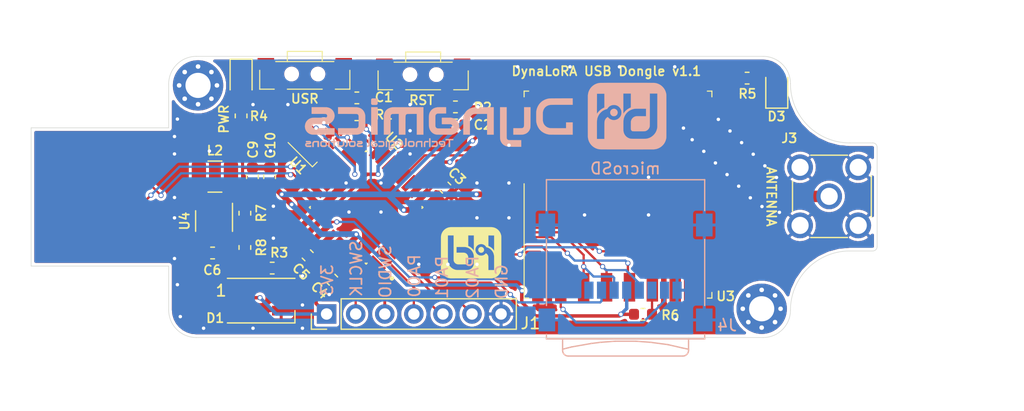
<source format=kicad_pcb>
(kicad_pcb (version 20171130) (host pcbnew "(5.1.6)-1")
  (layers (0 F.Cu signal) (31 B.Cu signal) (34 B.Paste user) (35 F.Paste user) (36 B.SilkS user) (37 F.SilkS user) (38 B.Mask user) (39 F.Mask user) (44 Edge.Cuts user))
  (net 0 "")
  (net 1 VBUS)
  (net 2 GND)
  (net 3 /USER_BTN)
  (net 4 /nRESET)
  (net 5 +3V3)
  (net 6 "Net-(D1-Pad2)")
  (net 7 "Net-(D1-Pad4)")
  (net 8 "Net-(D2-Pad2)")
  (net 9 "Net-(D3-Pad2)")
  (net 10 /SWDIO)
  (net 11 /SWCLK)
  (net 12 /RGB)
  (net 13 /LED)
  (net 14 /RF_RESET)
  (net 15 "Net-(R7-Pad2)")
  (net 16 /RF_CS)
  (net 17 /RF_INT)
  (net 18 "Net-(U2-Pad15)")
  (net 19 "Net-(U3-Pad7)")
  (net 20 "Net-(U3-Pad11)")
  (net 21 "Net-(U3-Pad12)")
  (net 22 "Net-(U3-Pad15)")
  (net 23 "Net-(U3-Pad16)")
  (net 24 "Net-(C5-Pad1)")
  (net 25 "Net-(L2-Pad1)")
  (net 26 /FLASH_CS)
  (net 27 /FLASH_SDI)
  (net 28 /FLASH_SCK)
  (net 29 /FLASH_SDO)
  (net 30 "Net-(U2-Pad13)")
  (net 31 "Net-(U2-Pad14)")
  (net 32 "Net-(U2-Pad22)")
  (net 33 USB_D+)
  (net 34 USB_D-)
  (net 35 "Net-(U2-Pad21)")
  (net 36 "Net-(J3-Pad1)")
  (net 37 /PA00)
  (net 38 /PA01)
  (net 39 "Net-(J4-Pad1)")
  (net 40 /SD_CS)
  (net 41 /SDO)
  (net 42 /SCK)
  (net 43 "Net-(J4-Pad6)")
  (net 44 /SDI)
  (net 45 /PA02)
  (module DynOSSAT:Logo_BHDyn_2 (layer B.Cu) (at 50.292 -64.262 180)
    (fp_text reference G*** hide)
    (fp_text value LOGO hide)
  )
  (module DynOSSAT:QFP80P900X900X120-32N (layer F.Cu) (at 39.8526 -56.2864 135)
    (fp_text reference U2 (at 2.388748 5.837166 315) (layer F.SilkS) (effects (font (size 0.8 0.8))))
    (fp_text value ATSAMD21E18A-AUT)
    (pad 9 smd rect (at -2.8 4.18 135) (size 0.55 1.6) (layers F.Cu F.Paste F.Mask) (net 5 +3V3))
    (pad 10 smd rect (at -2 4.18 135) (size 0.55 1.6) (layers F.Cu F.Paste F.Mask) (net 2 GND))
    (pad 11 smd rect (at -1.2 4.18 135) (size 0.55 1.6) (layers F.Cu F.Paste F.Mask) (net 13 /LED))
    (pad 12 smd rect (at -0.4 4.18 135) (size 0.55 1.6) (layers F.Cu F.Paste F.Mask) (net 17 /RF_INT))
    (pad 13 smd rect (at 0.4 4.18 135) (size 0.55 1.6) (layers F.Cu F.Paste F.Mask) (net 30 "Net-(U2-Pad13)"))
    (pad 14 smd rect (at 1.2 4.18 135) (size 0.55 1.6) (layers F.Cu F.Paste F.Mask) (net 31 "Net-(U2-Pad14)"))
    (pad 15 smd rect (at 2 4.18 135) (size 0.55 1.6) (layers F.Cu F.Paste F.Mask) (net 18 "Net-(U2-Pad15)"))
    (pad 16 smd rect (at 2.8 4.18 135) (size 0.55 1.6) (layers F.Cu F.Paste F.Mask) (net 3 /USER_BTN))
    (pad 25 smd rect (at 2.8 -4.18 135) (size 0.55 1.6) (layers F.Cu F.Paste F.Mask) (net 12 /RGB))
    (pad 26 smd rect (at 2 -4.18 135) (size 0.55 1.6) (layers F.Cu F.Paste F.Mask) (net 4 /nRESET))
    (pad 27 smd rect (at 1.2 -4.18 135) (size 0.55 1.6) (layers F.Cu F.Paste F.Mask) (net 40 /SD_CS))
    (pad 28 smd rect (at 0.4 -4.18 135) (size 0.55 1.6) (layers F.Cu F.Paste F.Mask) (net 2 GND))
    (pad 29 smd rect (at -0.4 -4.18 135) (size 0.55 1.6) (layers F.Cu F.Paste F.Mask) (net 24 "Net-(C5-Pad1)"))
    (pad 30 smd rect (at -1.2 -4.18 135) (size 0.55 1.6) (layers F.Cu F.Paste F.Mask) (net 5 +3V3))
    (pad 31 smd rect (at -2 -4.18 135) (size 0.55 1.6) (layers F.Cu F.Paste F.Mask) (net 11 /SWCLK))
    (pad 32 smd rect (at -2.8 -4.18 135) (size 0.55 1.6) (layers F.Cu F.Paste F.Mask) (net 10 /SWDIO))
    (pad 1 smd rect (at -4.18 -2.8 135) (size 1.6 0.55) (layers F.Cu F.Paste F.Mask) (net 37 /PA00))
    (pad 2 smd rect (at -4.18 -2 135) (size 1.6 0.55) (layers F.Cu F.Paste F.Mask) (net 38 /PA01))
    (pad 3 smd rect (at -4.18 -1.2 135) (size 1.6 0.55) (layers F.Cu F.Paste F.Mask) (net 45 /PA02))
    (pad 4 smd rect (at -4.18 -0.4 135) (size 1.6 0.55) (layers F.Cu F.Paste F.Mask) (net 14 /RF_RESET))
    (pad 5 smd rect (at -4.18 0.4 135) (size 1.6 0.55) (layers F.Cu F.Paste F.Mask) (net 44 /SDI))
    (pad 6 smd rect (at -4.18 1.2 135) (size 1.6 0.55) (layers F.Cu F.Paste F.Mask) (net 16 /RF_CS))
    (pad 7 smd rect (at -4.18 2 135) (size 1.6 0.55) (layers F.Cu F.Paste F.Mask) (net 41 /SDO))
    (pad 8 smd rect (at -4.18 2.8 135) (size 1.6 0.55) (layers F.Cu F.Paste F.Mask) (net 42 /SCK))
    (pad 17 smd rect (at 4.18 2.8 135) (size 1.6 0.55) (layers F.Cu F.Paste F.Mask) (net 29 /FLASH_SDO))
    (pad 18 smd rect (at 4.18 2 135) (size 1.6 0.55) (layers F.Cu F.Paste F.Mask) (net 28 /FLASH_SCK))
    (pad 19 smd rect (at 4.18 1.2 135) (size 1.6 0.55) (layers F.Cu F.Paste F.Mask) (net 27 /FLASH_SDI))
    (pad 20 smd rect (at 4.18 0.4 135) (size 1.6 0.55) (layers F.Cu F.Paste F.Mask) (net 26 /FLASH_CS))
    (pad 21 smd rect (at 4.18 -0.4 135) (size 1.6 0.55) (layers F.Cu F.Paste F.Mask) (net 35 "Net-(U2-Pad21)"))
    (pad 22 smd rect (at 4.18 -1.2 135) (size 1.6 0.55) (layers F.Cu F.Paste F.Mask) (net 32 "Net-(U2-Pad22)"))
    (pad 23 smd rect (at 4.18 -2 135) (size 1.6 0.55) (layers F.Cu F.Paste F.Mask) (net 34 USB_D-))
    (pad 24 smd rect (at 4.18 -2.8 135) (size 1.6 0.55) (layers F.Cu F.Paste F.Mask) (net 33 USB_D+))
  )
  (module MountingHole:MountingHole_2.2mm_M2_Pad_Via (layer F.Cu) (at 74.3966 -47.4218)
    (fp_text reference REF** hide)
    (fp_text value MountingHole_2.2mm_M2_Pad_Via)
    (pad 1 thru_hole circle (at 0 0) (size 4.4 4.4) (drill 2.2) (layers *.Cu *.Mask))
    (pad 1 thru_hole circle (at 1.65 0) (size 0.7 0.7) (drill 0.4) (layers *.Cu *.Mask))
    (pad 1 thru_hole circle (at 1.166726 1.166726) (size 0.7 0.7) (drill 0.4) (layers *.Cu *.Mask))
    (pad 1 thru_hole circle (at 0 1.65) (size 0.7 0.7) (drill 0.4) (layers *.Cu *.Mask))
    (pad 1 thru_hole circle (at -1.166726 1.166726) (size 0.7 0.7) (drill 0.4) (layers *.Cu *.Mask))
    (pad 1 thru_hole circle (at -1.65 0) (size 0.7 0.7) (drill 0.4) (layers *.Cu *.Mask))
    (pad 1 thru_hole circle (at -1.166726 -1.166726) (size 0.7 0.7) (drill 0.4) (layers *.Cu *.Mask))
    (pad 1 thru_hole circle (at 0 -1.65) (size 0.7 0.7) (drill 0.4) (layers *.Cu *.Mask))
    (pad 1 thru_hole circle (at 1.166726 -1.166726) (size 0.7 0.7) (drill 0.4) (layers *.Cu *.Mask))
  )
  (module MountingHole:MountingHole_2.2mm_M2_Pad_Via (layer F.Cu) (at 25.1714 -66.9544)
    (fp_text reference REF** hide)
    (fp_text value MountingHole_2.2mm_M2_Pad_Via)
    (pad 1 thru_hole circle (at 1.166726 -1.166726) (size 0.7 0.7) (drill 0.4) (layers *.Cu *.Mask))
    (pad 1 thru_hole circle (at 0 -1.65) (size 0.7 0.7) (drill 0.4) (layers *.Cu *.Mask))
    (pad 1 thru_hole circle (at -1.166726 -1.166726) (size 0.7 0.7) (drill 0.4) (layers *.Cu *.Mask))
    (pad 1 thru_hole circle (at -1.65 0) (size 0.7 0.7) (drill 0.4) (layers *.Cu *.Mask))
    (pad 1 thru_hole circle (at -1.166726 1.166726) (size 0.7 0.7) (drill 0.4) (layers *.Cu *.Mask))
    (pad 1 thru_hole circle (at 0 1.65) (size 0.7 0.7) (drill 0.4) (layers *.Cu *.Mask))
    (pad 1 thru_hole circle (at 1.166726 1.166726) (size 0.7 0.7) (drill 0.4) (layers *.Cu *.Mask))
    (pad 1 thru_hole circle (at 1.65 0) (size 0.7 0.7) (drill 0.4) (layers *.Cu *.Mask))
    (pad 1 thru_hole circle (at 0 0) (size 4.4 4.4) (drill 2.2) (layers *.Cu *.Mask))
  )
  (module DynOSSAT:Logo_BHDyn_MARK (layer F.Cu) (at 49.022 -52.324)
    (fp_text reference G*** hide)
    (fp_text value LOGO hide)
  )
  (module Capacitor_SMD:C_0603_1608Metric (layer F.Cu) (at 39.0398 -65.8622)
    (fp_text reference C1 (at 2.3622 -0.0508) (layer F.SilkS) (effects (font (size 0.8 0.8))))
    (fp_text value 10nF)
    (pad 1 smd roundrect (at -0.7875 0) (size 0.875 0.95) (layers F.Cu F.Paste F.Mask) (net 3 /USER_BTN))
    (pad 2 smd roundrect (at 0.7875 0) (size 0.875 0.95) (layers F.Cu F.Paste F.Mask) (net 2 GND))
  )
  (module Capacitor_SMD:C_0603_1608Metric (layer F.Cu) (at 47.6504 -63.5)
    (fp_text reference C2 (at 2.3876 0) (layer F.SilkS) (effects (font (size 0.8 0.8))))
    (fp_text value 10nF)
    (pad 2 smd roundrect (at 0.7875 0) (size 0.875 0.95) (layers F.Cu F.Paste F.Mask) (net 2 GND))
    (pad 1 smd roundrect (at -0.7875 0) (size 0.875 0.95) (layers F.Cu F.Paste F.Mask) (net 4 /nRESET))
  )
  (module Capacitor_SMD:C_0603_1608Metric (layer F.Cu) (at 46.7614 -58.0136 315)
    (fp_text reference C3 (at 0 -1.43 135) (layer F.SilkS) (effects (font (size 0.8 0.8))))
    (fp_text value 100nF)
    (pad 1 smd roundrect (at -0.7875 0 315) (size 0.875 0.95) (layers F.Cu F.Paste F.Mask) (net 5 +3V3))
    (pad 2 smd roundrect (at 0.7875 0 315) (size 0.875 0.95) (layers F.Cu F.Paste F.Mask) (net 2 GND))
  )
  (module Capacitor_SMD:C_0603_1608Metric (layer F.Cu) (at 36.8808 -49.9618 315)
    (fp_text reference C4 (at -0.125724 1.41888 135) (layer F.SilkS) (effects (font (size 0.8 0.8))))
    (fp_text value 100nF)
    (pad 2 smd roundrect (at 0.7875 0 315) (size 0.875 0.95) (layers F.Cu F.Paste F.Mask) (net 2 GND))
    (pad 1 smd roundrect (at -0.7875 0 315) (size 0.875 0.95) (layers F.Cu F.Paste F.Mask) (net 5 +3V3))
  )
  (module Capacitor_SMD:C_0603_1608Metric (layer F.Cu) (at 34.7472 -52.0954 135)
    (fp_text reference C5 (at -0.592697 -1.41888 135) (layer F.SilkS) (effects (font (size 0.8 0.8))))
    (fp_text value 1uF)
    (pad 2 smd roundrect (at 0.7875 0 135) (size 0.875 0.95) (layers F.Cu F.Paste F.Mask) (net 2 GND))
    (pad 1 smd roundrect (at -0.7875 0 135) (size 0.875 0.95) (layers F.Cu F.Paste F.Mask) (net 24 "Net-(C5-Pad1)"))
  )
  (module Capacitor_SMD:C_0603_1608Metric (layer F.Cu) (at 26.4414 -52.2986)
    (fp_text reference C6 (at -0.0254 1.4986) (layer F.SilkS) (effects (font (size 0.8 0.8))))
    (fp_text value 22uF)
    (pad 1 smd roundrect (at -0.7875 0) (size 0.875 0.95) (layers F.Cu F.Paste F.Mask) (net 1 VBUS))
    (pad 2 smd roundrect (at 0.7875 0) (size 0.875 0.95) (layers F.Cu F.Paste F.Mask) (net 2 GND))
  )
  (module Capacitor_SMD:C_0603_1608Metric (layer F.Cu) (at 29.9212 -58.9788 90)
    (fp_text reference C9 (at 2.3622 0.0508 90) (layer F.SilkS) (effects (font (size 0.8 0.8))))
    (fp_text value 22uF)
    (pad 1 smd roundrect (at -0.7875 0 90) (size 0.875 0.95) (layers F.Cu F.Paste F.Mask) (net 5 +3V3))
    (pad 2 smd roundrect (at 0.7875 0 90) (size 0.875 0.95) (layers F.Cu F.Paste F.Mask) (net 2 GND))
  )
  (module Capacitor_SMD:C_0603_1608Metric (layer F.Cu) (at 31.4198 -58.9788 90)
    (fp_text reference C10 (at 2.7432 0.0762 90) (layer F.SilkS) (effects (font (size 0.8 0.8))))
    (fp_text value 22uF)
    (pad 2 smd roundrect (at 0.7875 0 90) (size 0.875 0.95) (layers F.Cu F.Paste F.Mask) (net 2 GND))
    (pad 1 smd roundrect (at -0.7875 0 90) (size 0.875 0.95) (layers F.Cu F.Paste F.Mask) (net 5 +3V3))
  )
  (module DynOSSAT:LED_SK6812MINI_PLCC4_3.5x3.5mm_P1.75mm (layer F.Cu) (at 30.6832 -48.133)
    (fp_text reference D1 (at -4.0132 1.524) (layer F.SilkS) (effects (font (size 0.8 0.8))))
    (fp_text value WS2812B)
    (fp_text user 1 (at -3.5 -0.875) (layer F.SilkS))
    (pad 1 smd rect (at -1.75 -0.875) (size 1.6 0.85) (layers F.Cu F.Paste F.Mask) (net 5 +3V3))
    (pad 2 smd rect (at -1.75 0.875) (size 1.6 0.85) (layers F.Cu F.Paste F.Mask) (net 6 "Net-(D1-Pad2)"))
    (pad 4 smd rect (at 1.75 -0.875) (size 1.6 0.85) (layers F.Cu F.Paste F.Mask) (net 7 "Net-(D1-Pad4)"))
    (pad 3 smd rect (at 1.75 0.875) (size 1.6 0.85) (layers F.Cu F.Paste F.Mask) (net 2 GND))
  )
  (module LED_SMD:LED_0805_2012Metric (layer F.Cu) (at 28.9306 -67.564 270)
    (fp_text reference D2 hide)
    (fp_text value LED_Small)
    (pad 1 smd roundrect (at -0.9375 0 270) (size 0.975 1.4) (layers F.Cu F.Paste F.Mask) (net 2 GND))
    (pad 2 smd roundrect (at 0.9375 0 270) (size 0.975 1.4) (layers F.Cu F.Paste F.Mask) (net 8 "Net-(D2-Pad2)"))
  )
  (module LED_SMD:LED_0805_2012Metric (layer F.Cu) (at 75.7174 -66.6496 90)
    (fp_text reference D3 (at -2.413 -0.0254 180) (layer F.SilkS) (effects (font (size 0.8 0.8))))
    (fp_text value LED_Small)
    (pad 2 smd roundrect (at 0.9375 0 90) (size 0.975 1.4) (layers F.Cu F.Paste F.Mask) (net 9 "Net-(D3-Pad2)"))
    (pad 1 smd roundrect (at -0.9375 0 90) (size 0.975 1.4) (layers F.Cu F.Paste F.Mask) (net 2 GND))
  )
  (module DynOSSAT:USB_A_Plug_PCB (layer F.Cu) (at 10.5918 -57.2008 270)
    (fp_text reference J2 hide)
    (fp_text value USB_A hide)
    (pad 1 connect rect (at 3.81 -4.9 270) (size 1.9 8) (layers F.Cu F.Mask) (net 1 VBUS))
    (pad 4 connect rect (at -3.81 -4.9 270) (size 1.9 8) (layers F.Cu F.Mask) (net 2 GND))
    (pad 3 connect rect (at -1.3 -5.15 270) (size 2 7.5) (layers F.Cu F.Mask) (net 33 USB_D+))
    (pad 2 connect rect (at 1.3 -5.15 270) (size 2 7.5) (layers F.Cu F.Mask) (net 34 USB_D-))
  )
  (module Connector_Coaxial:SMA_Molex_73251-2200_Horizontal (layer F.Cu) (at 80.2894 -57.2516 270)
    (fp_text reference J3 (at -5.08 3.4798) (layer F.SilkS) (effects (font (size 0.8 0.8))))
    (fp_text value Conn_Coaxial)
    (pad 1 thru_hole circle (at 0 0 270) (size 2.25 2.25) (drill 1.5) (layers *.Cu *.Mask) (net 36 "Net-(J3-Pad1)"))
    (pad 2 thru_hole circle (at 2.54 2.54) (size 2.25 2.25) (drill 1.5) (layers *.Cu *.Mask) (net 2 GND))
    (pad 2 thru_hole circle (at 2.54 -2.54 270) (size 2.25 2.25) (drill 1.5) (layers *.Cu *.Mask) (net 2 GND))
    (pad 2 thru_hole circle (at -2.54 -2.54 270) (size 2.25 2.25) (drill 1.5) (layers *.Cu *.Mask) (net 2 GND))
    (pad 2 thru_hole circle (at -2.54 2.54 270) (size 2.25 2.25) (drill 1.5) (layers *.Cu *.Mask) (net 2 GND))
  )
  (module Inductor_SMD:L_1210_3225Metric (layer F.Cu) (at 26.6446 -58.9788)
    (fp_text reference L2 (at 0 -2.28) (layer F.SilkS) (effects (font (size 0.8 0.8))))
    (fp_text value 2.2uH)
    (pad 1 smd roundrect (at -1.4 0) (size 1.25 2.65) (layers F.Cu F.Paste F.Mask) (roundrect_rratio 0.2) (net 25 "Net-(L2-Pad1)"))
    (pad 2 smd roundrect (at 1.4 0) (size 1.25 2.65) (layers F.Cu F.Paste F.Mask) (roundrect_rratio 0.2) (net 5 +3V3))
  )
  (module Resistor_SMD:R_0603_1608Metric (layer F.Cu) (at 39.0398 -64.389 180)
    (fp_text reference R1 (at -2.3622 0) (layer F.SilkS) (effects (font (size 0.8 0.8))))
    (fp_text value 100k)
    (pad 2 smd roundrect (at 0.7875 0 180) (size 0.875 0.95) (layers F.Cu F.Paste F.Mask) (net 3 /USER_BTN))
    (pad 1 smd roundrect (at -0.7875 0 180) (size 0.875 0.95) (layers F.Cu F.Paste F.Mask) (net 5 +3V3))
  )
  (module Resistor_SMD:R_0603_1608Metric (layer F.Cu) (at 47.6504 -65.0748 180)
    (fp_text reference R2 (at -2.3876 -0.0508) (layer F.SilkS) (effects (font (size 0.8 0.8))))
    (fp_text value 100k)
    (pad 2 smd roundrect (at 0.7875 0 180) (size 0.875 0.95) (layers F.Cu F.Paste F.Mask) (net 4 /nRESET))
    (pad 1 smd roundrect (at -0.7875 0 180) (size 0.875 0.95) (layers F.Cu F.Paste F.Mask) (net 5 +3V3))
  )
  (module Resistor_SMD:R_0603_1608Metric (layer F.Cu) (at 31.6484 -50.9778 180)
    (fp_text reference R3 (at -0.6096 1.3462) (layer F.SilkS) (effects (font (size 0.8 0.8))))
    (fp_text value 510R)
    (pad 1 smd roundrect (at -0.7875 0 180) (size 0.875 0.95) (layers F.Cu F.Paste F.Mask) (net 7 "Net-(D1-Pad4)"))
    (pad 2 smd roundrect (at 0.7875 0 180) (size 0.875 0.95) (layers F.Cu F.Paste F.Mask) (net 12 /RGB))
  )
  (module Resistor_SMD:R_0603_1608Metric (layer F.Cu) (at 28.9306 -64.2874 90)
    (fp_text reference R4 (at -0.0254 1.5494 180) (layer F.SilkS) (effects (font (size 0.8 0.8))))
    (fp_text value 510R)
    (pad 2 smd roundrect (at 0.7875 0 90) (size 0.875 0.95) (layers F.Cu F.Paste F.Mask) (net 8 "Net-(D2-Pad2)"))
    (pad 1 smd roundrect (at -0.7875 0 90) (size 0.875 0.95) (layers F.Cu F.Paste F.Mask) (net 5 +3V3))
  )
  (module Resistor_SMD:R_0603_1608Metric (layer F.Cu) (at 73.1266 -67.5894)
    (fp_text reference R5 (at 0.0254 1.3716) (layer F.SilkS) (effects (font (size 0.8 0.8))))
    (fp_text value 510R)
    (pad 1 smd roundrect (at -0.7875 0) (size 0.875 0.95) (layers F.Cu F.Paste F.Mask) (net 13 /LED))
    (pad 2 smd roundrect (at 0.7875 0) (size 0.875 0.95) (layers F.Cu F.Paste F.Mask) (net 9 "Net-(D3-Pad2)"))
  )
  (module Resistor_SMD:R_0603_1608Metric (layer F.Cu) (at 64.0334 -46.9392)
    (fp_text reference R6 (at 2.3876 0.0762) (layer F.SilkS) (effects (font (size 0.8 0.8))))
    (fp_text value 100k)
    (pad 1 smd roundrect (at -0.7875 0) (size 0.875 0.95) (layers F.Cu F.Paste F.Mask) (net 5 +3V3))
    (pad 2 smd roundrect (at 0.7875 0) (size 0.875 0.95) (layers F.Cu F.Paste F.Mask) (net 14 /RF_RESET))
  )
  (module Resistor_SMD:R_0603_1608Metric (layer F.Cu) (at 29.2608 -55.7784 270)
    (fp_text reference R7 (at 0 -1.43 90) (layer F.SilkS) (effects (font (size 0.8 0.8))))
    (fp_text value 100k)
    (pad 2 smd roundrect (at 0.7875 0 270) (size 0.875 0.95) (layers F.Cu F.Paste F.Mask) (net 15 "Net-(R7-Pad2)"))
    (pad 1 smd roundrect (at -0.7875 0 270) (size 0.875 0.95) (layers F.Cu F.Paste F.Mask) (net 5 +3V3))
  )
  (module Resistor_SMD:R_0603_1608Metric (layer F.Cu) (at 29.2608 -52.7812 270)
    (fp_text reference R8 (at 0 -1.43 90) (layer F.SilkS) (effects (font (size 0.8 0.8))))
    (fp_text value 22k)
    (pad 1 smd roundrect (at -0.7875 0 270) (size 0.875 0.95) (layers F.Cu F.Paste F.Mask) (net 15 "Net-(R7-Pad2)"))
    (pad 2 smd roundrect (at 0.7875 0 270) (size 0.875 0.95) (layers F.Cu F.Paste F.Mask) (net 2 GND))
  )
  (module DynOSSAT:1TS002G-1800-3500-CT (layer F.Cu) (at 34.4932 -66.7512 180)
    (fp_text reference SW1 hide)
    (fp_text value SW_Push hide)
    (pad "" np_thru_hole circle (at 1.15 1.2 180) (size 0.8 0.8) (drill 0.8) (layers *.Cu *.Mask))
    (pad "" np_thru_hole circle (at -1.15 1.2 180) (size 0.8 0.8) (drill 0.8) (layers *.Cu *.Mask))
    (pad 3 smd rect (at -3.4 2.1 180) (size 1.45 1) (layers F.Cu F.Paste F.Mask))
    (pad 4 smd rect (at 3.4 2.1 180) (size 1.45 1) (layers F.Cu F.Paste F.Mask))
    (pad 2 smd rect (at 2.1 0 180) (size 0.9 1) (layers F.Cu F.Paste F.Mask) (net 2 GND))
    (pad 1 smd rect (at -2.1 0 180) (size 0.9 1) (layers F.Cu F.Paste F.Mask) (net 3 /USER_BTN))
  )
  (module DynOSSAT:1TS002G-1800-3500-CT (layer F.Cu) (at 44.831 -66.7004 180)
    (fp_text reference SW2 hide)
    (fp_text value SW_Push hide)
    (pad 1 smd rect (at -2.1 0 180) (size 0.9 1) (layers F.Cu F.Paste F.Mask) (net 4 /nRESET))
    (pad 2 smd rect (at 2.1 0 180) (size 0.9 1) (layers F.Cu F.Paste F.Mask) (net 2 GND))
    (pad 4 smd rect (at 3.4 2.1 180) (size 1.45 1) (layers F.Cu F.Paste F.Mask))
    (pad 3 smd rect (at -3.4 2.1 180) (size 1.45 1) (layers F.Cu F.Paste F.Mask))
    (pad "" np_thru_hole circle (at -1.15 1.2 180) (size 0.8 0.8) (drill 0.8) (layers *.Cu *.Mask))
    (pad "" np_thru_hole circle (at 1.15 1.2 180) (size 0.8 0.8) (drill 0.8) (layers *.Cu *.Mask))
  )
  (module DynOSSAT:WSON-8-1EP_3x4mm_P0.8mm (layer F.Cu) (at 35.2298 -62.0268 135)
    (fp_text reference U1 (at -0.538815 -2.406709 315) (layer F.SilkS) (effects (font (size 0.8 0.8))))
    (fp_text value GD25Q32)
    (pad 1 smd rect (at -1.4 -0.75 135) (size 0.6 0.25) (layers F.Cu F.Paste F.Mask) (net 26 /FLASH_CS))
    (pad 8 smd rect (at 1.4 -0.75 135) (size 0.6 0.25) (layers F.Cu F.Paste F.Mask) (net 5 +3V3))
    (pad 2 smd rect (at -1.4 0.05 135) (size 0.6 0.25) (layers F.Cu F.Paste F.Mask) (net 27 /FLASH_SDI))
    (pad 3 smd rect (at -1.4 0.85 135) (size 0.6 0.25) (layers F.Cu F.Paste F.Mask) (net 5 +3V3))
    (pad 4 smd rect (at -1.4 1.65 135) (size 0.6 0.25) (layers F.Cu F.Paste F.Mask) (net 2 GND))
    (pad 7 smd rect (at 1.4 0.05 135) (size 0.6 0.25) (layers F.Cu F.Paste F.Mask) (net 5 +3V3))
    (pad 6 smd rect (at 1.4 0.85 135) (size 0.6 0.25) (layers F.Cu F.Paste F.Mask) (net 28 /FLASH_SCK))
    (pad 5 smd rect (at 1.4 1.65 135) (size 0.6 0.25) (layers F.Cu F.Paste F.Mask) (net 29 /FLASH_SDO))
    (pad "" smd rect (at 0 1.27 135) (size 0.2 0.8) (layers F.Cu F.Paste F.Mask))
    (pad "" smd rect (at 0 -0.3048 135) (size 0.2 0.8) (layers F.Cu F.Paste F.Mask))
  )
  (module DynOSSAT:HOPERF_RFM69HW (layer F.Cu) (at 61.849 -57.404 90)
    (fp_text reference U3 (at -8.89 9.398) (layer F.SilkS) (effects (font (size 0.8 0.8))))
    (fp_text value RFM96)
    (pad 1 smd rect (at -8.1 -7 90) (size 2.5 1) (layers F.Cu F.Paste F.Mask) (net 2 GND))
    (pad 2 smd rect (at -8.1 -5 90) (size 2.5 1) (layers F.Cu F.Paste F.Mask) (net 44 /SDI))
    (pad 3 smd rect (at -8.1 -3 90) (size 2.5 1) (layers F.Cu F.Paste F.Mask) (net 41 /SDO))
    (pad 4 smd rect (at -8.1 -1 90) (size 2.5 1) (layers F.Cu F.Paste F.Mask) (net 42 /SCK))
    (pad 5 smd rect (at -8.1 1 90) (size 2.5 1) (layers F.Cu F.Paste F.Mask) (net 16 /RF_CS))
    (pad 6 smd rect (at -8.1 3 90) (size 2.5 1) (layers F.Cu F.Paste F.Mask) (net 14 /RF_RESET))
    (pad 7 smd rect (at -8.1 5 90) (size 2.5 1) (layers F.Cu F.Paste F.Mask) (net 19 "Net-(U3-Pad7)"))
    (pad 8 smd rect (at -8.1 7 90) (size 2.5 1) (layers F.Cu F.Paste F.Mask) (net 2 GND))
    (pad 9 smd rect (at 8.1 7 90) (size 2.5 1) (layers F.Cu F.Paste F.Mask) (net 36 "Net-(J3-Pad1)"))
    (pad 10 smd rect (at 8.1 5 90) (size 2.5 1) (layers F.Cu F.Paste F.Mask) (net 2 GND))
    (pad 11 smd rect (at 8.1 3 90) (size 2.5 1) (layers F.Cu F.Paste F.Mask) (net 20 "Net-(U3-Pad11)"))
    (pad 12 smd rect (at 8.1 1 90) (size 2.5 1) (layers F.Cu F.Paste F.Mask) (net 21 "Net-(U3-Pad12)"))
    (pad 13 smd rect (at 8.1 -1 90) (size 2.5 1) (layers F.Cu F.Paste F.Mask) (net 5 +3V3))
    (pad 14 smd rect (at 8.1 -3 90) (size 2.5 1) (layers F.Cu F.Paste F.Mask) (net 17 /RF_INT))
    (pad 15 smd rect (at 8.1 -5 90) (size 2.5 1) (layers F.Cu F.Paste F.Mask) (net 22 "Net-(U3-Pad15)"))
    (pad 16 smd rect (at 8.1 -7 90) (size 2.5 1) (layers F.Cu F.Paste F.Mask) (net 23 "Net-(U3-Pad16)"))
  )
  (module Package_TO_SOT_SMD:SOT-23-5 (layer F.Cu) (at 26.5684 -55.0926 270)
    (fp_text reference U4 (at 0 2.5654 90) (layer F.SilkS) (effects (font (size 0.8 0.8))))
    (fp_text value SY80XX)
    (pad 1 smd rect (at -1.1 -0.95 270) (size 1.06 0.65) (layers F.Cu F.Paste F.Mask) (net 1 VBUS))
    (pad 2 smd rect (at -1.1 0 270) (size 1.06 0.65) (layers F.Cu F.Paste F.Mask) (net 2 GND))
    (pad 3 smd rect (at -1.1 0.95 270) (size 1.06 0.65) (layers F.Cu F.Paste F.Mask) (net 25 "Net-(L2-Pad1)"))
    (pad 4 smd rect (at 1.1 0.95 270) (size 1.06 0.65) (layers F.Cu F.Paste F.Mask) (net 1 VBUS))
    (pad 5 smd rect (at 1.1 -0.95 270) (size 1.06 0.65) (layers F.Cu F.Paste F.Mask) (net 15 "Net-(R7-Pad2)"))
  )
  (module Connector_PinHeader_2.54mm:PinHeader_1x07_P2.54mm_Vertical (layer F.Cu) (at 36.3982 -46.9646 90)
    (fp_text reference J1 (at -0.8128 17.8054 180) (layer F.SilkS))
    (fp_text value Conn_01x07)
    (pad 1 thru_hole rect (at 0 0 90) (size 1.7 1.7) (drill 1) (layers *.Cu *.Mask) (net 5 +3V3))
    (pad 2 thru_hole oval (at 0 2.54 90) (size 1.7 1.7) (drill 1) (layers *.Cu *.Mask) (net 11 /SWCLK))
    (pad 3 thru_hole oval (at 0 5.08 90) (size 1.7 1.7) (drill 1) (layers *.Cu *.Mask) (net 10 /SWDIO))
    (pad 4 thru_hole oval (at 0 7.62 90) (size 1.7 1.7) (drill 1) (layers *.Cu *.Mask) (net 37 /PA00))
    (pad 5 thru_hole oval (at 0 10.16 90) (size 1.7 1.7) (drill 1) (layers *.Cu *.Mask) (net 38 /PA01))
    (pad 6 thru_hole oval (at 0 12.7 90) (size 1.7 1.7) (drill 1) (layers *.Cu *.Mask) (net 45 /PA02))
    (pad 7 thru_hole oval (at 0 15.24 90) (size 1.7 1.7) (drill 1) (layers *.Cu *.Mask) (net 2 GND))
  )
  (module DynOSSAT:TF-102-18 (layer B.Cu) (at 62.5094 -50.5968)
    (fp_text reference J4 (at 8.8646 4.6228) (layer B.SilkS) (effects (justify mirror)))
    (fp_text value Micro_SD_Card)
    (pad 1 smd rect (at -3.2 1.55) (size 0.8 1.5) (layers B.Cu B.Paste B.Mask) (net 39 "Net-(J4-Pad1)"))
    (pad 2 smd rect (at -2.1 1.55) (size 0.8 1.5) (layers B.Cu B.Paste B.Mask) (net 40 /SD_CS))
    (pad 3 smd rect (at -1 1.55) (size 0.8 1.5) (layers B.Cu B.Paste B.Mask) (net 41 /SDO))
    (pad 4 smd rect (at 0.1 1.55) (size 0.8 1.5) (layers B.Cu B.Paste B.Mask) (net 5 +3V3))
    (pad 5 smd rect (at 1.2 1.55) (size 0.8 1.5) (layers B.Cu B.Paste B.Mask) (net 42 /SCK))
    (pad 6 smd rect (at 2.3 1.55) (size 0.8 1.5) (layers B.Cu B.Paste B.Mask) (net 43 "Net-(J4-Pad6)"))
    (pad 7 smd rect (at 3.4 1.55) (size 0.8 1.5) (layers B.Cu B.Paste B.Mask) (net 44 /SDI))
    (pad 8 smd rect (at 4.5 1.55) (size 0.8 1.5) (layers B.Cu B.Paste B.Mask) (net 2 GND))
    (pad 9 smd rect (at 6.875 -4.15) (size 1.45 2) (layers B.Cu B.Paste B.Mask) (net 2 GND))
    (pad 9 smd rect (at -6.875 -4.15) (size 1.45 2) (layers B.Cu B.Paste B.Mask) (net 2 GND))
    (pad 9 smd rect (at -6.875 4.15) (size 1.45 2) (layers B.Cu B.Paste B.Mask) (net 2 GND))
    (pad 9 smd rect (at 6.875 4.15) (size 1.45 2) (layers B.Cu B.Paste B.Mask) (net 2 GND))
  )
  (gr_text microSD (at 62.484 -59.69) (layer B.SilkS) (effects (font (size 1 1)) (justify mirror)))
  (gr_text GND (at 51.689 -49.784 90) (layer B.SilkS) (effects (font (size 1 1)) (justify mirror)))
  (gr_text PA02 (at 49.149 -50.165 90) (layer B.SilkS) (effects (font (size 1 1)) (justify mirror)))
  (gr_text PA01 (at 46.482 -50.165 90) (layer B.SilkS) (effects (font (size 1 1)) (justify mirror)))
  (gr_text PA00 (at 44.069 -50.292 90) (layer B.SilkS) (effects (font (size 1 1)) (justify mirror)))
  (gr_text SWDIO (at 41.529 -50.673 90) (layer B.SilkS) (effects (font (size 1 1)) (justify mirror)))
  (gr_text SWCLK (at 38.989 -50.927 90) (layer B.SilkS) (effects (font (size 1 1)) (justify mirror)))
  (gr_text 3V3 (at 36.449 -49.911 90) (layer B.SilkS) (effects (font (size 1 1)) (justify mirror)))
  (gr_arc (start 84.0994 -61.5442) (end 84.4804 -61.5442) (angle -90) (layer Edge.Cuts) (width 0.05))
  (gr_arc (start 84.0994 -52.8574) (end 84.0994 -52.4764) (angle -90) (layer Edge.Cuts) (width 0.05))
  (gr_arc (start 74.5236 -47.2948) (end 74.5236 -44.9072) (angle -90) (layer Edge.Cuts) (width 0.05))
  (gr_arc (start 82.0928 -47.2948) (end 82.0928 -52.4764) (angle -90) (layer Edge.Cuts) (width 0.05))
  (gr_line (start 84.0994 -52.4764) (end 82.0928 -52.4764) (layer Edge.Cuts) (width 0.05))
  (gr_line (start 84.0994 -61.9252) (end 82.0928 -61.9252) (layer Edge.Cuts) (width 0.05))
  (gr_arc (start 82.0928 -67.1068) (end 76.9112 -67.1068) (angle -90) (layer Edge.Cuts) (width 0.05))
  (gr_arc (start 74.5236 -67.1068) (end 76.9112 -67.1068) (angle -90) (layer Edge.Cuts) (width 0.05))
  (gr_text "DynaLoRA USB Dongle v1.1" (at 60.833 -68.199) (layer F.SilkS) (effects (font (size 0.8 0.8))))
  (gr_text ANTENNA (at 75.2348 -57.2262 270) (layer F.SilkS) (effects (font (size 0.8 0.8))))
  (gr_text RST (at 44.704 -65.659) (layer F.SilkS) (effects (font (size 0.8 0.8))))
  (gr_text USR (at 34.4932 -65.786) (layer F.SilkS) (effects (font (size 0.8 0.8))))
  (gr_text PWR (at 27.432 -64.008 90) (layer F.SilkS) (effects (font (size 0.8 0.8))))
  (gr_arc (start 25.019 -47.3202) (end 22.606 -47.3202) (angle -90) (layer Edge.Cuts) (width 0.05))
  (gr_arc (start 25.019 -67.0814) (end 25.019 -69.4944) (angle -90) (layer Edge.Cuts) (width 0.05))
  (gr_line (start 25.019 -44.9072) (end 74.5236 -44.9072) (layer Edge.Cuts) (width 0.05))
  (gr_line (start 22.606 -47.3202) (end 22.606 -51.1556) (layer Edge.Cuts) (width 0.05))
  (gr_line (start 10.5918 -51.1556) (end 22.606 -51.1556) (layer Edge.Cuts) (width 0.05))
  (gr_line (start 10.5918 -63.246) (end 10.5918 -51.1556) (layer Edge.Cuts) (width 0.05))
  (gr_line (start 84.4804 -61.5442) (end 84.4804 -52.8574) (layer Edge.Cuts) (width 0.05))
  (gr_line (start 25.019 -69.4944) (end 74.5236 -69.4944) (layer Edge.Cuts) (width 0.05))
  (gr_line (start 22.606 -63.246) (end 22.606 -67.0814) (layer Edge.Cuts) (width 0.05))
  (gr_line (start 10.5918 -63.246) (end 22.606 -63.246) (layer Edge.Cuts) (width 0.05))
  (via (at 66.929 -46.482) (size 0.45) (drill 0.3) (layers F.Cu B.Cu) (net 2))
  (segment (start 25.6184 -52.3341) (end 25.6539 -52.2986) (width 0.5) (layer F.Cu) (net 1))
  (segment (start 25.6184 -53.9926) (end 25.6184 -52.3341) (width 0.5) (layer F.Cu) (net 1))
  (segment (start 15.4918 -53.3908) (end 23.114 -53.3908) (width 1) (layer F.Cu) (net 1))
  (segment (start 23.7158 -53.9926) (end 23.114 -53.3908) (width 1) (layer F.Cu) (net 1))
  (segment (start 25.6184 -53.9926) (end 23.7158 -53.9926) (width 1) (layer F.Cu) (net 1))
  (segment (start 26.078 -53.9926) (end 25.6184 -53.9926) (width 0.2) (layer F.Cu) (net 1))
  (segment (start 27.5184 -56.1926) (end 27.5184 -55.433) (width 0.2) (layer F.Cu) (net 1))
  (segment (start 27.5184 -55.433) (end 26.078 -53.9926) (width 0.2) (layer F.Cu) (net 1))
  (via (at 23.114 -57.15) (size 0.45) (drill 0.3) (layers F.Cu B.Cu) (net 2))
  (via (at 23.114 -55.372) (size 0.45) (drill 0.3) (layers F.Cu B.Cu) (net 2))
  (via (at 23.114 -51.816) (size 0.45) (drill 0.3) (layers F.Cu B.Cu) (net 2))
  (via (at 23.622 -46.736) (size 0.45) (drill 0.3) (layers F.Cu B.Cu) (net 2))
  (via (at 23.114 -60.96) (size 0.45) (drill 0.3) (layers F.Cu B.Cu) (net 2))
  (via (at 70.612 -63.9826) (size 0.45) (drill 0.3) (layers F.Cu B.Cu) (net 2))
  (via (at 71.628 -62.9666) (size 0.45) (drill 0.3) (layers F.Cu B.Cu) (net 2))
  (via (at 72.644 -61.9506) (size 0.45) (drill 0.3) (layers F.Cu B.Cu) (net 2))
  (via (at 73.66 -60.9346) (size 0.45) (drill 0.3) (layers F.Cu B.Cu) (net 2))
  (via (at 74.676 -59.9186) (size 0.45) (drill 0.3) (layers F.Cu B.Cu) (net 2))
  (via (at 75.692 -58.9026) (size 0.45) (drill 0.3) (layers F.Cu B.Cu) (net 2))
  (via (at 69.342 -61.1886) (size 0.45) (drill 0.3) (layers F.Cu B.Cu) (net 2))
  (via (at 70.358 -60.1726) (size 0.45) (drill 0.3) (layers F.Cu B.Cu) (net 2))
  (via (at 71.374 -59.1566) (size 0.45) (drill 0.3) (layers F.Cu B.Cu) (net 2))
  (via (at 72.39 -58.1406) (size 0.45) (drill 0.3) (layers F.Cu B.Cu) (net 2))
  (via (at 73.406 -57.1246) (size 0.45) (drill 0.3) (layers F.Cu B.Cu) (net 2))
  (via (at 74.422 -56.3626) (size 0.45) (drill 0.3) (layers F.Cu B.Cu) (net 2))
  (via (at 75.946 -55.8546) (size 0.45) (drill 0.3) (layers F.Cu B.Cu) (net 2))
  (via (at 68.326 -62.2046) (size 0.45) (drill 0.3) (layers F.Cu B.Cu) (net 2))
  (via (at 67.564 -63.2206) (size 0.45) (drill 0.3) (layers F.Cu B.Cu) (net 2))
  (via (at 41.148 -55.88) (size 0.45) (drill 0.3) (layers F.Cu B.Cu) (net 2))
  (via (at 41.148 -58.42) (size 0.45) (drill 0.3) (layers F.Cu B.Cu) (net 2))
  (via (at 38.1 -58.42) (size 0.45) (drill 0.3) (layers F.Cu B.Cu) (net 2))
  (via (at 31.75 -56.388) (size 0.45) (drill 0.3) (layers F.Cu B.Cu) (net 2))
  (via (at 31.75 -53.594) (size 0.45) (drill 0.3) (layers F.Cu B.Cu) (net 2))
  (via (at 34.29 -47.752) (size 0.45) (drill 0.3) (layers F.Cu B.Cu) (net 2))
  (via (at 34.29 -50.292) (size 0.45) (drill 0.3) (layers F.Cu B.Cu) (net 2))
  (via (at 34.29 -45.72) (size 0.45) (drill 0.3) (layers F.Cu B.Cu) (net 2))
  (via (at 29.972 -45.72) (size 0.45) (drill 0.3) (layers F.Cu B.Cu) (net 2))
  (via (at 25.654 -45.72) (size 0.45) (drill 0.3) (layers F.Cu B.Cu) (net 2))
  (via (at 49.53 -55.372) (size 0.45) (drill 0.3) (layers F.Cu B.Cu) (net 2))
  (via (at 52.324 -55.372) (size 0.45) (drill 0.3) (layers F.Cu B.Cu) (net 2))
  (via (at 52.324 -58.42) (size 0.45) (drill 0.3) (layers F.Cu B.Cu) (net 2))
  (via (at 49.53 -58.42) (size 0.45) (drill 0.3) (layers F.Cu B.Cu) (net 2))
  (via (at 43.688 -60.96) (size 0.45) (drill 0.3) (layers F.Cu B.Cu) (net 2))
  (via (at 43.688 -62.992) (size 0.45) (drill 0.3) (layers F.Cu B.Cu) (net 2))
  (via (at 43.688 -65.278) (size 0.45) (drill 0.3) (layers F.Cu B.Cu) (net 2))
  (via (at 29.972 -65.278) (size 0.45) (drill 0.3) (layers F.Cu B.Cu) (net 2))
  (via (at 33.02 -65.278) (size 0.45) (drill 0.3) (layers F.Cu B.Cu) (net 2))
  (via (at 31.496 -61.214) (size 0.45) (drill 0.3) (layers F.Cu B.Cu) (net 2))
  (via (at 26.162 -61.214) (size 0.45) (drill 0.3) (layers F.Cu B.Cu) (net 2))
  (via (at 52.324 -61.722) (size 0.45) (drill 0.3) (layers F.Cu B.Cu) (net 2))
  (via (at 64.516 -55.626) (size 0.45) (drill 0.3) (layers F.Cu B.Cu) (net 2))
  (via (at 64.516 -58.928) (size 0.45) (drill 0.3) (layers F.Cu B.Cu) (net 2))
  (via (at 58.928 -55.626) (size 0.45) (drill 0.3) (layers F.Cu B.Cu) (net 2))
  (via (at 66.802 -68.58) (size 0.45) (drill 0.3) (layers F.Cu B.Cu) (net 2))
  (via (at 61.976 -68.58) (size 0.45) (drill 0.3) (layers F.Cu B.Cu) (net 2))
  (via (at 57.658 -68.58) (size 0.45) (drill 0.3) (layers F.Cu B.Cu) (net 2))
  (via (at 53.086 -68.58) (size 0.45) (drill 0.3) (layers F.Cu B.Cu) (net 2))
  (via (at 38.354 -55.88) (size 0.45) (drill 0.3) (layers F.Cu B.Cu) (net 2))
  (segment (start 29.9212 -59.7663) (end 31.4198 -59.7663) (width 0.5) (layer F.Cu) (net 2))
  (segment (start 37.386476 -62.203577) (end 37.386476 -62.913476) (width 0.2) (layer F.Cu) (net 2))
  (via (at 23.114 -62.484) (size 0.45) (drill 0.3) (layers F.Cu B.Cu) (net 2))
  (segment (start 15.4918 -61.0108) (end 23.6728 -61.0108) (width 1) (layer F.Cu) (net 2))
  (via (at 23.368 -49.53) (size 0.45) (drill 0.3) (layers F.Cu B.Cu) (net 2))
  (via (at 23.368 -64.008) (size 0.45) (drill 0.3) (layers F.Cu B.Cu) (net 2))
  (via (at 36.6268 -48.6664) (size 0.45) (drill 0.3) (layers F.Cu B.Cu) (net 2))
  (segment (start 37.437647 -49.404953) (end 37.365353 -49.404953) (width 0.2) (layer F.Cu) (net 2))
  (segment (start 37.365353 -49.404953) (end 36.6268 -48.6664) (width 0.2) (layer F.Cu) (net 2))
  (via (at 49.53 -51.308) (size 0.45) (drill 0.3) (layers F.Cu B.Cu) (net 2))
  (via (at 46.99 -51.308) (size 0.45) (drill 0.3) (layers F.Cu B.Cu) (net 2))
  (via (at 44.45 -51.308) (size 0.45) (drill 0.3) (layers F.Cu B.Cu) (net 2))
  (segment (start 37.4822 -65.8622) (end 36.5932 -66.7512) (width 0.2) (layer F.Cu) (net 3))
  (segment (start 38.2523 -65.8622) (end 37.4822 -65.8622) (width 0.2) (layer F.Cu) (net 3))
  (segment (start 38.2523 -65.8622) (end 38.2523 -64.389) (width 0.2) (layer F.Cu) (net 3))
  (segment (start 38.2523 -63.798112) (end 38.2523 -64.389) (width 0.2) (layer F.Cu) (net 3))
  (segment (start 40.828407 -61.222005) (end 38.2523 -63.798112) (width 0.2) (layer F.Cu) (net 3))
  (segment (start 46.931 -65.1429) (end 46.8629 -65.0748) (width 0.2) (layer F.Cu) (net 4))
  (segment (start 46.931 -66.7004) (end 46.931 -65.1429) (width 0.2) (layer F.Cu) (net 4))
  (segment (start 46.8629 -63.5) (end 46.8629 -65.0748) (width 0.2) (layer F.Cu) (net 4))
  (via (at 42.6466 -61.6458) (size 0.45) (drill 0.3) (layers F.Cu B.Cu) (net 4))
  (segment (start 42.6466 -61.6458) (end 40.894 -59.8932) (width 0.3) (layer B.Cu) (net 4))
  (segment (start 40.894 -59.8932) (end 40.894 -59.182) (width 0.3) (layer B.Cu) (net 4))
  (via (at 40.894 -59.182) (size 0.45) (drill 0.3) (layers F.Cu B.Cu) (net 4))
  (segment (start 39.919773 -59.182) (end 40.894 -59.182) (width 0.3) (layer F.Cu) (net 4))
  (segment (start 35.48268 -54.744907) (end 39.919773 -59.182) (width 0.3) (layer F.Cu) (net 4))
  (segment (start 45.72 -63.5) (end 46.8629 -63.5) (width 0.3) (layer F.Cu) (net 4))
  (segment (start 42.6466 -61.6458) (end 43.8658 -61.6458) (width 0.3) (layer F.Cu) (net 4))
  (segment (start 43.8658 -61.6458) (end 45.72 -63.5) (width 0.3) (layer F.Cu) (net 4))
  (segment (start 36.323953 -51.060697) (end 36.323953 -50.518647) (width 0.2) (layer F.Cu) (net 5))
  (segment (start 37.745422 -52.482166) (end 36.323953 -51.060697) (width 0.2) (layer F.Cu) (net 5))
  (segment (start 29.2608 -57.5309) (end 29.9212 -58.1913) (width 0.5) (layer F.Cu) (net 5))
  (segment (start 29.2608 -56.5659) (end 29.2608 -57.5309) (width 0.5) (layer F.Cu) (net 5))
  (segment (start 29.8197 -58.0898) (end 29.9212 -58.1913) (width 0.5) (layer F.Cu) (net 5))
  (segment (start 29.0068 -58.0898) (end 29.8197 -58.0898) (width 0.5) (layer F.Cu) (net 5))
  (segment (start 28.0446 -58.9788) (end 28.1178 -58.9788) (width 0.5) (layer F.Cu) (net 5))
  (segment (start 28.1178 -58.9788) (end 29.0068 -58.0898) (width 0.5) (layer F.Cu) (net 5))
  (segment (start 29.9212 -58.1913) (end 31.4198 -58.1913) (width 0.5) (layer F.Cu) (net 5))
  (segment (start 33.70952 -62.486419) (end 34.275206 -63.052105) (width 0.3) (layer F.Cu) (net 5))
  (segment (start 35.420441 -62.521959) (end 34.805352 -62.521959) (width 0.2) (layer F.Cu) (net 5))
  (segment (start 36.092377 -61.850023) (end 35.420441 -62.521959) (width 0.2) (layer F.Cu) (net 5))
  (segment (start 34.805352 -62.521959) (end 34.275206 -63.052105) (width 0.2) (layer F.Cu) (net 5))
  (segment (start 36.82079 -61.637891) (end 36.608658 -61.850023) (width 0.2) (layer F.Cu) (net 5))
  (segment (start 36.608658 -61.850023) (end 36.092377 -61.850023) (width 0.2) (layer F.Cu) (net 5))
  (segment (start 44.788205 -57.262207) (end 44.841607 -57.262207) (width 0.2) (layer F.Cu) (net 5))
  (segment (start 46.149847 -58.570447) (end 46.204553 -58.570447) (width 0.2) (layer F.Cu) (net 5))
  (segment (start 44.841607 -57.262207) (end 46.149847 -58.570447) (width 0.2) (layer F.Cu) (net 5))
  (segment (start 30.227219 -62.486419) (end 33.70952 -62.486419) (width 0.5) (layer F.Cu) (net 5))
  (segment (start 28.0446 -60.3038) (end 30.227219 -62.486419) (width 0.5) (layer F.Cu) (net 5))
  (segment (start 28.0446 -58.9788) (end 28.0446 -60.3038) (width 0.5) (layer F.Cu) (net 5))
  (via (at 33.3502 -56.5404) (size 0.45) (drill 0.3) (layers F.Cu B.Cu) (net 5))
  (segment (start 31.4198 -58.1913) (end 31.6993 -58.1913) (width 0.5) (layer F.Cu) (net 5))
  (segment (start 33.3502 -56.5404) (end 35.941 -53.9496) (width 0.5) (layer B.Cu) (net 5))
  (via (at 38.989 -53.9242) (size 0.45) (drill 0.3) (layers F.Cu B.Cu) (net 5))
  (segment (start 35.941 -53.9496) (end 38.9636 -53.9496) (width 0.5) (layer B.Cu) (net 5))
  (segment (start 38.9636 -53.9496) (end 38.989 -53.9242) (width 0.5) (layer B.Cu) (net 5))
  (segment (start 38.989 -53.725744) (end 37.745422 -52.482166) (width 0.5) (layer F.Cu) (net 5))
  (segment (start 38.989 -53.9242) (end 38.989 -53.725744) (width 0.5) (layer F.Cu) (net 5))
  (via (at 32.4866 -57.4294) (size 0.45) (drill 0.3) (layers F.Cu B.Cu) (net 5))
  (segment (start 32.4739 -57.4167) (end 32.4866 -57.4294) (width 0.5) (layer F.Cu) (net 5))
  (segment (start 32.4739 -57.4167) (end 33.3502 -56.5404) (width 0.5) (layer F.Cu) (net 5))
  (segment (start 31.6993 -58.1913) (end 32.4739 -57.4167) (width 0.5) (layer F.Cu) (net 5))
  (via (at 43.1292 -56.0578) (size 0.45) (drill 0.3) (layers F.Cu B.Cu) (net 5))
  (segment (start 32.4866 -57.4294) (end 41.7576 -57.4294) (width 0.5) (layer B.Cu) (net 5))
  (segment (start 41.7576 -57.4294) (end 43.1292 -56.0578) (width 0.5) (layer B.Cu) (net 5))
  (segment (start 43.583798 -56.0578) (end 44.788205 -57.262207) (width 0.5) (layer F.Cu) (net 5))
  (segment (start 43.1292 -56.0578) (end 43.583798 -56.0578) (width 0.5) (layer F.Cu) (net 5))
  (segment (start 41.7576 -57.4294) (end 49.4792 -57.4294) (width 0.5) (layer B.Cu) (net 5))
  (via (at 49.4792 -57.4294) (size 0.45) (drill 0.3) (layers F.Cu B.Cu) (net 5))
  (segment (start 54.5244 -57.4294) (end 60.849 -63.754) (width 0.5) (layer F.Cu) (net 5))
  (segment (start 60.849 -63.754) (end 60.849 -65.504) (width 0.5) (layer F.Cu) (net 5))
  (segment (start 49.4792 -57.4294) (end 54.5244 -57.4294) (width 0.5) (layer F.Cu) (net 5))
  (via (at 30.5816 -48.387) (size 0.45) (drill 0.3) (layers F.Cu B.Cu) (net 5))
  (segment (start 29.5542 -48.387) (end 28.9332 -49.008) (width 0.3) (layer F.Cu) (net 5))
  (segment (start 30.5816 -48.387) (end 29.5542 -48.387) (width 0.3) (layer F.Cu) (net 5))
  (via (at 49.6062 -65.0748) (size 0.45) (drill 0.3) (layers F.Cu B.Cu) (net 5))
  (segment (start 48.4379 -65.0748) (end 49.6062 -65.0748) (width 0.3) (layer F.Cu) (net 5))
  (segment (start 41.9608 -57.4294) (end 41.7576 -57.4294) (width 0.3) (layer B.Cu) (net 5))
  (segment (start 49.6062 -65.0748) (end 41.9608 -57.4294) (width 0.3) (layer B.Cu) (net 5))
  (via (at 39.878 -63.119) (size 0.45) (drill 0.3) (layers F.Cu B.Cu) (net 5))
  (segment (start 39.878 -64.3383) (end 39.8273 -64.389) (width 0.2) (layer F.Cu) (net 5))
  (segment (start 39.878 -63.119) (end 39.878 -64.3383) (width 0.2) (layer F.Cu) (net 5))
  (segment (start 29.213738 -63.4999) (end 30.227219 -62.486419) (width 0.25) (layer F.Cu) (net 5))
  (segment (start 28.9306 -63.4999) (end 29.213738 -63.4999) (width 0.25) (layer F.Cu) (net 5))
  (segment (start 32.004 -46.9646) (end 30.5816 -48.387) (width 0.3) (layer B.Cu) (net 5))
  (segment (start 36.3982 -46.9646) (end 32.004 -46.9646) (width 0.3) (layer B.Cu) (net 5))
  (segment (start 36.3982 -46.9646) (end 35.4838 -47.879) (width 0.3) (layer F.Cu) (net 5))
  (segment (start 35.4838 -49.678494) (end 36.323953 -50.518647) (width 0.3) (layer F.Cu) (net 5))
  (segment (start 35.4838 -47.879) (end 35.4838 -49.678494) (width 0.3) (layer F.Cu) (net 5))
  (via (at 53.467 -48.9966) (size 0.45) (drill 0.3) (layers F.Cu B.Cu) (net 5))
  (via (at 62.103 -46.9392) (size 0.45) (drill 0.3) (layers F.Cu B.Cu) (net 5))
  (segment (start 63.2459 -46.9392) (end 62.103 -46.9392) (width 0.3) (layer F.Cu) (net 5))
  (segment (start 62.6094 -47.4456) (end 62.6094 -49.0468) (width 0.3) (layer B.Cu) (net 5))
  (segment (start 62.103 -46.9392) (end 62.6094 -47.4456) (width 0.3) (layer B.Cu) (net 5))
  (segment (start 61.959799 -46.795999) (end 54.651601 -46.795999) (width 0.3) (layer F.Cu) (net 5))
  (segment (start 62.103 -46.9392) (end 61.959799 -46.795999) (width 0.3) (layer F.Cu) (net 5))
  (segment (start 54.651601 -46.795999) (end 53.4416 -48.006) (width 0.3) (layer F.Cu) (net 5))
  (segment (start 53.4416 -48.006) (end 53.4416 -48.9712) (width 0.3) (layer F.Cu) (net 5))
  (segment (start 53.4416 -48.9712) (end 53.467 -48.9966) (width 0.3) (layer F.Cu) (net 5))
  (segment (start 40.259 -58.531998) (end 40.259 -62.738) (width 0.2) (layer B.Cu) (net 5))
  (segment (start 41.7576 -57.4294) (end 41.361598 -57.4294) (width 0.2) (layer B.Cu) (net 5))
  (segment (start 40.259 -62.738) (end 39.878 -63.119) (width 0.2) (layer B.Cu) (net 5))
  (segment (start 41.361598 -57.4294) (end 40.259 -58.531998) (width 0.2) (layer B.Cu) (net 5))
  (segment (start 38.989 -53.9242) (end 43.4086 -49.5046) (width 0.3) (layer B.Cu) (net 5))
  (segment (start 43.4086 -49.5046) (end 52.959 -49.5046) (width 0.3) (layer B.Cu) (net 5))
  (segment (start 52.959 -49.5046) (end 53.467 -48.9966) (width 0.3) (layer B.Cu) (net 5))
  (segment (start 32.4359 -49.0107) (end 32.4332 -49.008) (width 0.2) (layer F.Cu) (net 7))
  (segment (start 32.4359 -50.9778) (end 32.4359 -49.0107) (width 0.2) (layer F.Cu) (net 7))
  (segment (start 28.9306 -65.0749) (end 28.9306 -66.6265) (width 0.25) (layer F.Cu) (net 8))
  (segment (start 73.9164 -67.5871) (end 73.9141 -67.5894) (width 0.25) (layer F.Cu) (net 9))
  (segment (start 75.7174 -67.5871) (end 73.9164 -67.5871) (width 0.25) (layer F.Cu) (net 9))
  (segment (start 41.4782 -48.749388) (end 41.4782 -46.9646) (width 0.25) (layer F.Cu) (net 10))
  (segment (start 38.876793 -51.350795) (end 41.4782 -48.749388) (width 0.25) (layer F.Cu) (net 10))
  (segment (start 38.9382 -49.4538) (end 38.9382 -46.9646) (width 0.2) (layer F.Cu) (net 11))
  (segment (start 37.816643 -50.575357) (end 38.9382 -49.4538) (width 0.2) (layer F.Cu) (net 11))
  (segment (start 38.311107 -51.91648) (end 37.816643 -51.422016) (width 0.2) (layer F.Cu) (net 11))
  (segment (start 37.816643 -51.422016) (end 37.816643 -50.575357) (width 0.2) (layer F.Cu) (net 11))
  (segment (start 30.8609 -51.254498) (end 34.916995 -55.310593) (width 0.3) (layer F.Cu) (net 12))
  (segment (start 30.8609 -50.9778) (end 30.8609 -51.254498) (width 0.3) (layer F.Cu) (net 12))
  (via (at 47.1678 -60.2488) (size 0.45) (drill 0.3) (layers F.Cu B.Cu) (net 13))
  (segment (start 45.512056 -60.2488) (end 43.656834 -58.393578) (width 0.3) (layer F.Cu) (net 13))
  (segment (start 47.1678 -60.2488) (end 45.512056 -60.2488) (width 0.3) (layer F.Cu) (net 13))
  (segment (start 72.3391 -67.5894) (end 54.635402 -67.5894) (width 0.3) (layer F.Cu) (net 13))
  (segment (start 47.1678 -60.2488) (end 49.021999 -62.102999) (width 0.3) (layer B.Cu) (net 13))
  (segment (start 54.635402 -67.5894) (end 49.149001 -62.102999) (width 0.3) (layer F.Cu) (net 13))
  (via (at 49.149001 -62.102999) (size 0.45) (drill 0.3) (layers F.Cu B.Cu) (net 13))
  (segment (start 49.021999 -62.102999) (end 49.149001 -62.102999) (width 0.3) (layer B.Cu) (net 13))
  (segment (start 64.8209 -49.2759) (end 64.849 -49.304) (width 0.2) (layer F.Cu) (net 14))
  (segment (start 64.8209 -46.9392) (end 64.8209 -49.2759) (width 0.2) (layer F.Cu) (net 14))
  (segment (start 64.849 -49.304) (end 64.849 -50.975) (width 0.2) (layer F.Cu) (net 14))
  (segment (start 64.849 -50.975) (end 63.373 -52.451) (width 0.2) (layer F.Cu) (net 14))
  (via (at 60.2234 -52.451) (size 0.45) (drill 0.3) (layers F.Cu B.Cu) (net 14))
  (segment (start 63.373 -52.451) (end 60.2234 -52.451) (width 0.2) (layer F.Cu) (net 14))
  (via (at 53.2892 -52.1716) (size 0.45) (drill 0.3) (layers F.Cu B.Cu) (net 14))
  (segment (start 53.915801 -52.798201) (end 53.2892 -52.1716) (width 0.2) (layer B.Cu) (net 14))
  (segment (start 60.2234 -52.451) (end 59.876199 -52.798201) (width 0.2) (layer B.Cu) (net 14))
  (segment (start 59.876199 -52.798201) (end 53.915801 -52.798201) (width 0.2) (layer B.Cu) (net 14))
  (segment (start 43.401715 -52.1716) (end 42.525464 -53.047851) (width 0.2) (layer F.Cu) (net 14))
  (segment (start 53.2892 -52.1716) (end 43.401715 -52.1716) (width 0.2) (layer F.Cu) (net 14))
  (segment (start 27.9423 -53.5687) (end 27.5184 -53.9926) (width 0.2) (layer F.Cu) (net 15))
  (segment (start 29.2608 -53.5687) (end 27.9423 -53.5687) (width 0.2) (layer F.Cu) (net 15))
  (segment (start 29.2608 -54.9909) (end 29.2608 -53.5687) (width 0.2) (layer F.Cu) (net 15))
  (segment (start 44.151299 -53.684757) (end 55.941643 -53.684757) (width 0.2) (layer F.Cu) (net 16))
  (segment (start 43.656834 -54.179222) (end 44.151299 -53.684757) (width 0.2) (layer F.Cu) (net 16))
  (via (at 57.4294 -52.2732) (size 0.45) (drill 0.3) (layers F.Cu B.Cu) (net 16))
  (segment (start 55.941643 -53.684757) (end 56.017843 -53.684757) (width 0.2) (layer F.Cu) (net 16))
  (segment (start 56.017843 -53.684757) (end 57.4294 -52.2732) (width 0.2) (layer F.Cu) (net 16))
  (via (at 62.7126 -51.4096) (size 0.45) (drill 0.3) (layers F.Cu B.Cu) (net 16))
  (segment (start 62.7126 -49.4404) (end 62.849 -49.304) (width 0.2) (layer F.Cu) (net 16))
  (segment (start 62.7126 -51.4096) (end 62.7126 -49.4404) (width 0.2) (layer F.Cu) (net 16))
  (segment (start 62.487601 -51.634599) (end 62.7126 -51.4096) (width 0.2) (layer B.Cu) (net 16))
  (segment (start 57.4294 -52.2732) (end 58.068001 -51.634599) (width 0.2) (layer B.Cu) (net 16))
  (segment (start 58.068001 -51.634599) (end 62.487601 -51.634599) (width 0.2) (layer B.Cu) (net 16))
  (segment (start 58.849 -64.054) (end 58.849 -65.504) (width 0.2) (layer F.Cu) (net 17))
  (segment (start 43.091149 -58.959264) (end 44.964885 -60.833) (width 0.2) (layer F.Cu) (net 17))
  (segment (start 55.628 -60.833) (end 58.849 -64.054) (width 0.2) (layer F.Cu) (net 17))
  (segment (start 44.964885 -60.833) (end 55.628 -60.833) (width 0.2) (layer F.Cu) (net 17))
  (segment (start 35.670438 -51.538553) (end 35.304047 -51.538553) (width 0.2) (layer F.Cu) (net 24))
  (segment (start 37.179736 -53.047851) (end 35.670438 -51.538553) (width 0.2) (layer F.Cu) (net 24))
  (segment (start 25.6184 -58.605) (end 25.2446 -58.9788) (width 0.5) (layer F.Cu) (net 25))
  (segment (start 25.6184 -56.1926) (end 25.6184 -58.605) (width 0.5) (layer F.Cu) (net 25))
  (segment (start 36.633685 -60.071) (end 37.179736 -59.524949) (width 0.2) (layer F.Cu) (net 26))
  (segment (start 36.1442 -60.071) (end 36.633685 -60.071) (width 0.2) (layer F.Cu) (net 26))
  (segment (start 35.689419 -60.50652) (end 35.70868 -60.50652) (width 0.2) (layer F.Cu) (net 26))
  (segment (start 35.70868 -60.50652) (end 36.1442 -60.071) (width 0.2) (layer F.Cu) (net 26))
  (segment (start 36.4236 -60.903711) (end 36.255105 -61.072206) (width 0.2) (layer F.Cu) (net 27))
  (segment (start 37.079256 -60.7568) (end 37.745422 -60.090634) (width 0.2) (layer F.Cu) (net 27))
  (segment (start 36.255105 -61.072206) (end 36.570511 -60.7568) (width 0.2) (layer F.Cu) (net 27))
  (segment (start 36.570511 -60.7568) (end 37.079256 -60.7568) (width 0.2) (layer F.Cu) (net 27))
  (segment (start 35.239369 -63.219312) (end 35.482502 -63.219312) (width 0.2) (layer F.Cu) (net 28))
  (via (at 35.482502 -63.219312) (size 0.45) (drill 0.3) (layers F.Cu B.Cu) (net 28))
  (segment (start 34.840891 -63.61779) (end 35.239369 -63.219312) (width 0.2) (layer F.Cu) (net 28))
  (via (at 38.862 -59.182) (size 0.45) (drill 0.3) (layers F.Cu B.Cu) (net 28))
  (segment (start 38.311107 -60.65632) (end 38.862 -60.105427) (width 0.2) (layer F.Cu) (net 28))
  (segment (start 35.482502 -63.219312) (end 38.862 -59.839814) (width 0.2) (layer B.Cu) (net 28))
  (segment (start 38.862 -60.105427) (end 38.862 -59.182) (width 0.2) (layer F.Cu) (net 28))
  (segment (start 38.862 -59.839814) (end 38.862 -59.182) (width 0.2) (layer B.Cu) (net 28))
  (segment (start 38.876793 -61.222005) (end 38.876793 -61.707207) (width 0.2) (layer F.Cu) (net 29))
  (via (at 38.2016 -62.4078) (size 0.45) (drill 0.3) (layers F.Cu B.Cu) (net 29))
  (segment (start 38.876793 -61.707207) (end 38.2016 -62.3824) (width 0.2) (layer F.Cu) (net 29))
  (segment (start 38.2016 -62.3824) (end 38.2016 -62.4078) (width 0.2) (layer F.Cu) (net 29))
  (via (at 36.15956 -63.692306) (size 0.45) (drill 0.3) (layers F.Cu B.Cu) (net 29))
  (segment (start 38.2016 -62.4078) (end 37.444066 -62.4078) (width 0.2) (layer B.Cu) (net 29))
  (segment (start 37.444066 -62.4078) (end 36.15956 -63.692306) (width 0.2) (layer B.Cu) (net 29))
  (segment (start 35.409924 -64.183476) (end 35.406577 -64.183476) (width 0.2) (layer F.Cu) (net 29))
  (segment (start 36.15956 -63.692306) (end 35.901094 -63.692306) (width 0.2) (layer F.Cu) (net 29))
  (segment (start 35.901094 -63.692306) (end 35.409924 -64.183476) (width 0.2) (layer F.Cu) (net 29))
  (segment (start 36.048366 -54.179222) (end 36.048366 -54.183966) (width 0.2) (layer F.Cu) (net 40))
  (segment (start 36.048366 -54.183966) (end 36.8808 -55.0164) (width 0.2) (layer F.Cu) (net 40))
  (via (at 37.2872 -55.0164) (size 0.45) (drill 0.3) (layers F.Cu B.Cu) (net 40))
  (segment (start 36.8808 -55.0164) (end 37.2872 -55.0164) (width 0.2) (layer F.Cu) (net 40))
  (segment (start 41.959778 -52.482166) (end 41.959778 -52.401222) (width 0.2) (layer F.Cu) (net 45))
  (segment (start 55.2196 -52.8574) (end 56.849 -51.228) (width 0.2) (layer F.Cu) (net 44))
  (segment (start 56.849 -51.228) (end 56.849 -49.304) (width 0.2) (layer F.Cu) (net 44))
  (segment (start 43.091149 -53.613536) (end 43.847285 -52.8574) (width 0.2) (layer F.Cu) (net 44))
  (segment (start 43.847285 -52.8574) (end 55.2196 -52.8574) (width 0.2) (layer F.Cu) (net 44))
  (segment (start 58.849 -52.1236) (end 58.849 -49.304) (width 0.2) (layer F.Cu) (net 41))
  (segment (start 56.86421 -54.10839) (end 58.849 -52.1236) (width 0.2) (layer F.Cu) (net 41))
  (segment (start 44.22252 -54.744907) (end 44.859037 -54.10839) (width 0.2) (layer F.Cu) (net 41))
  (segment (start 44.859037 -54.10839) (end 56.86421 -54.10839) (width 0.2) (layer F.Cu) (net 41))
  (segment (start 60.849 -50.754) (end 60.849 -49.304) (width 0.2) (layer F.Cu) (net 42))
  (segment (start 44.788205 -55.310593) (end 45.590398 -54.5084) (width 0.2) (layer F.Cu) (net 42))
  (segment (start 45.590398 -54.5084) (end 57.0946 -54.5084) (width 0.2) (layer F.Cu) (net 42))
  (segment (start 33.378342 -59.266541) (end 33.253342 -59.141541) (width 0.2) (layer F.Cu) (net 33))
  (segment (start 34.42253 -58.251646) (end 33.407635 -59.266541) (width 0.2) (layer F.Cu) (net 33))
  (segment (start 33.407635 -59.266541) (end 33.378342 -59.266541) (width 0.2) (layer F.Cu) (net 33))
  (segment (start 34.916995 -57.58039) (end 34.42253 -58.074855) (width 0.2) (layer F.Cu) (net 33))
  (via (at 33.253342 -59.141541) (size 0.45) (drill 0.3) (layers F.Cu B.Cu) (net 33))
  (segment (start 34.916995 -57.262207) (end 34.916995 -57.58039) (width 0.2) (layer F.Cu) (net 33))
  (segment (start 34.42253 -58.074855) (end 34.42253 -58.251646) (width 0.2) (layer F.Cu) (net 33))
  (segment (start 23.69454 -59.266541) (end 21.939088 -57.511089) (width 0.2) (layer B.Cu) (net 33))
  (segment (start 33.128342 -59.266541) (end 23.69454 -59.266541) (width 0.2) (layer B.Cu) (net 33))
  (segment (start 33.253342 -59.141541) (end 33.128342 -59.266541) (width 0.2) (layer B.Cu) (net 33))
  (segment (start 21.939088 -57.511089) (end 21.939088 -57.334312) (width 0.2) (layer B.Cu) (net 33))
  (via (at 21.939088 -57.334312) (size 0.45) (drill 0.3) (layers F.Cu B.Cu) (net 33))
  (segment (start 20.7726 -58.5008) (end 15.7418 -58.5008) (width 0.2) (layer F.Cu) (net 33))
  (segment (start 21.939088 -57.334312) (end 20.7726 -58.5008) (width 0.2) (layer F.Cu) (net 33))
  (via (at 33.253342 -59.841541) (size 0.45) (drill 0.3) (layers F.Cu B.Cu) (net 34))
  (segment (start 35.48268 -57.827893) (end 33.594032 -59.716541) (width 0.2) (layer F.Cu) (net 34))
  (segment (start 33.594032 -59.716541) (end 33.378342 -59.716541) (width 0.2) (layer F.Cu) (net 34))
  (segment (start 33.378342 -59.716541) (end 33.253342 -59.841541) (width 0.2) (layer F.Cu) (net 34))
  (via (at 21.0566 -57.3532) (size 0.45) (drill 0.3) (layers F.Cu B.Cu) (net 34))
  (segment (start 19.6042 -55.9008) (end 21.0566 -57.3532) (width 0.2) (layer F.Cu) (net 34))
  (segment (start 15.7418 -55.9008) (end 19.6042 -55.9008) (width 0.2) (layer F.Cu) (net 34))
  (segment (start 23.544941 -59.841541) (end 21.0566 -57.3532) (width 0.2) (layer B.Cu) (net 34))
  (segment (start 33.253342 -59.841541) (end 23.544941 -59.841541) (width 0.2) (layer B.Cu) (net 34))
  (segment (start 79.629 -57.404) (end 80.1878 -57.9628) (width 0.5) (layer F.Cu) (net 36))
  (segment (start 68.849 -63.8406) (end 68.849 -65.504) (width 1) (layer F.Cu) (net 36))
  (segment (start 80.2894 -57.2516) (end 75.438 -57.2516) (width 1) (layer F.Cu) (net 36))
  (segment (start 75.438 -57.2516) (end 68.849 -63.8406) (width 1) (layer F.Cu) (net 36))
  (segment (start 44.0182 -46.9646) (end 44.0182 -48.1838) (width 0.2) (layer F.Cu) (net 37))
  (segment (start 40.851205 -51.350795) (end 40.828407 -51.350795) (width 0.2) (layer F.Cu) (net 37))
  (segment (start 44.0182 -48.1838) (end 40.851205 -51.350795) (width 0.2) (layer F.Cu) (net 37))
  (segment (start 46.345973 -46.9646) (end 46.5582 -46.9646) (width 0.2) (layer F.Cu) (net 38))
  (segment (start 41.394093 -51.91648) (end 46.345973 -46.9646) (width 0.2) (layer F.Cu) (net 38))
  (segment (start 60.4094 -49.0468) (end 60.4094 -48.0968) (width 0.2) (layer B.Cu) (net 40))
  (segment (start 53.1368 -47.9806) (end 52.451001 -48.666399) (width 0.2) (layer B.Cu) (net 40))
  (via (at 52.451001 -48.666399) (size 0.45) (drill 0.3) (layers F.Cu B.Cu) (net 40))
  (segment (start 60.2932 -47.9806) (end 53.1368 -47.9806) (width 0.2) (layer B.Cu) (net 40))
  (segment (start 60.4094 -48.0968) (end 60.2932 -47.9806) (width 0.2) (layer B.Cu) (net 40))
  (segment (start 38.7858 -55.0164) (end 43.6372 -50.165) (width 0.2) (layer B.Cu) (net 40))
  (segment (start 37.2872 -55.0164) (end 38.7858 -55.0164) (width 0.2) (layer B.Cu) (net 40))
  (segment (start 50.9524 -50.165) (end 45.847 -50.165) (width 0.2) (layer F.Cu) (net 40))
  (via (at 45.847 -50.165) (size 0.45) (drill 0.3) (layers F.Cu B.Cu) (net 40))
  (segment (start 52.451001 -48.666399) (end 50.9524 -50.165) (width 0.2) (layer F.Cu) (net 40))
  (segment (start 43.6372 -50.165) (end 45.847 -50.165) (width 0.2) (layer B.Cu) (net 40))
  (via (at 58.849 -51.1076) (size 0.45) (drill 0.3) (layers F.Cu B.Cu) (net 41))
  (segment (start 59.7154 -50.2412) (end 58.849 -51.1076) (width 0.2) (layer B.Cu) (net 41))
  (segment (start 61.3918 -50.2412) (end 59.7154 -50.2412) (width 0.2) (layer B.Cu) (net 41))
  (segment (start 61.5094 -49.0468) (end 61.5094 -50.1236) (width 0.2) (layer B.Cu) (net 41))
  (segment (start 61.5094 -50.1236) (end 61.3918 -50.2412) (width 0.2) (layer B.Cu) (net 41))
  (segment (start 60.484499 -51.1279) (end 60.5028 -51.109599) (width 0.2) (layer F.Cu) (net 42))
  (via (at 60.5028 -51.109599) (size 0.45) (drill 0.3) (layers F.Cu B.Cu) (net 42))
  (segment (start 60.4751 -51.1279) (end 60.484499 -51.1279) (width 0.2) (layer F.Cu) (net 42))
  (segment (start 60.4751 -51.1279) (end 60.849 -50.754) (width 0.2) (layer F.Cu) (net 42))
  (segment (start 57.0946 -54.5084) (end 60.4751 -51.1279) (width 0.2) (layer F.Cu) (net 42))
  (segment (start 63.7094 -49.636802) (end 63.7094 -49.0468) (width 0.2) (layer B.Cu) (net 42))
  (segment (start 62.546202 -50.8) (end 63.7094 -49.636802) (width 0.2) (layer B.Cu) (net 42))
  (segment (start 60.5028 -51.109599) (end 60.812399 -50.8) (width 0.2) (layer B.Cu) (net 42))
  (segment (start 60.812399 -50.8) (end 62.546202 -50.8) (width 0.2) (layer B.Cu) (net 42))
  (via (at 57.0484 -47.371) (size 0.45) (drill 0.3) (layers F.Cu B.Cu) (net 44))
  (segment (start 65.9094 -49.0468) (end 65.9094 -48.0968) (width 0.2) (layer B.Cu) (net 44))
  (segment (start 56.849 -49.304) (end 56.849 -47.5704) (width 0.2) (layer F.Cu) (net 44))
  (segment (start 56.849 -47.5704) (end 57.0484 -47.371) (width 0.2) (layer F.Cu) (net 44))
  (segment (start 64.031501 -46.218901) (end 58.200499 -46.218901) (width 0.2) (layer B.Cu) (net 44))
  (segment (start 65.9094 -48.0968) (end 64.031501 -46.218901) (width 0.2) (layer B.Cu) (net 44))
  (segment (start 58.200499 -46.218901) (end 57.0484 -47.371) (width 0.2) (layer B.Cu) (net 44))
  (segment (start 41.959778 -52.482166) (end 41.959778 -52.477422) (width 0.2) (layer F.Cu) (net 45))
  (segment (start 41.959778 -52.477422) (end 45.7708 -48.6664) (width 0.2) (layer F.Cu) (net 45))
  (segment (start 47.3964 -48.6664) (end 49.0982 -46.9646) (width 0.2) (layer F.Cu) (net 45))
  (segment (start 45.7708 -48.6664) (end 47.3964 -48.6664) (width 0.2) (layer F.Cu) (net 45))
  (zone (net 2) (net_name GND) (layer F.Cu) (connect_pads (clearance 0.254)) (min_thickness 0.254) (fill yes (arc_segments 32) (thermal_gap 0.25) (thermal_bridge_width 0.26) (smoothing fillet))
    (polygon (pts (xy 92.583 -38.481) (xy 7.874 -38.481) (xy 7.874 -74.422) (xy 92.583 -74.422)))
  )
  (zone (net 2) (net_name GND) (layer B.Cu) (connect_pads (clearance 0.254)) (min_thickness 0.254) (fill yes (arc_segments 32) (thermal_gap 0.25) (thermal_bridge_width 0.26) (smoothing fillet))
    (polygon (pts (xy 92.583 -38.481) (xy 7.874 -38.481) (xy 7.874 -74.422) (xy 92.583 -74.422)))
  )
)
</source>
